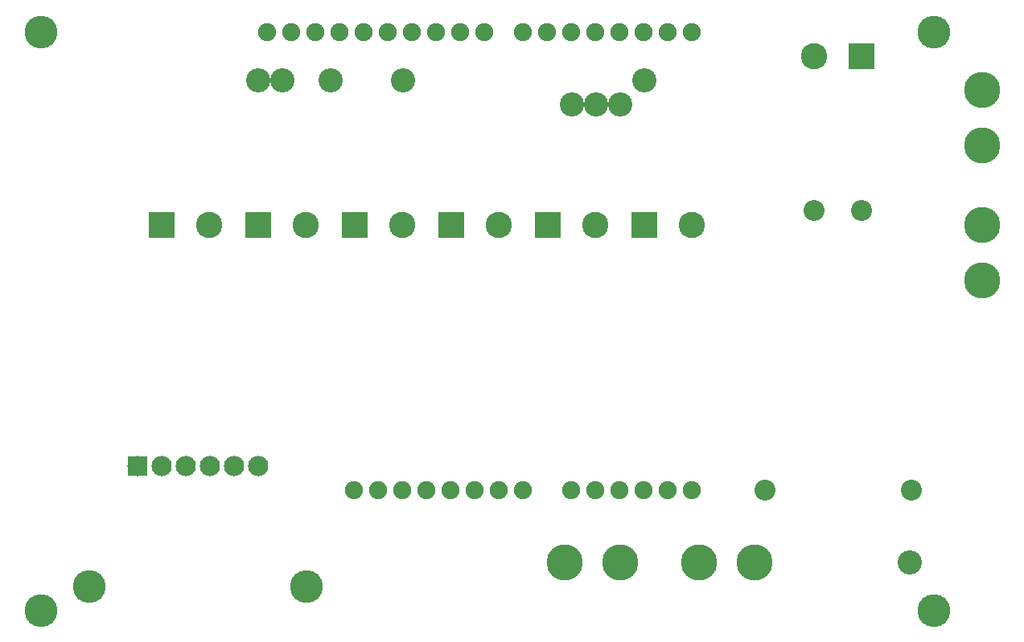
<source format=gts>
G04 MADE WITH FRITZING*
G04 WWW.FRITZING.ORG*
G04 DOUBLE SIDED*
G04 HOLES PLATED*
G04 CONTOUR ON CENTER OF CONTOUR VECTOR*
%ASAXBY*%
%FSLAX23Y23*%
%MOIN*%
%OFA0B0*%
%SFA1.0B1.0*%
%ADD10C,0.150000*%
%ADD11C,0.087000*%
%ADD12C,0.084000*%
%ADD13C,0.075278*%
%ADD14C,0.109055*%
%ADD15C,0.100551*%
%ADD16C,0.135984*%
%ADD17R,0.084000X0.084000*%
%ADD18R,0.109055X0.109055*%
%LNMASK1*%
G90*
G70*
G54D10*
X3064Y312D03*
X2834Y312D03*
X2276Y312D03*
X2506Y312D03*
X3064Y312D03*
X2834Y312D03*
X2276Y312D03*
X2506Y312D03*
X4006Y2270D03*
X4006Y2040D03*
X4006Y1482D03*
X4006Y1712D03*
X4006Y2270D03*
X4006Y2040D03*
X4006Y1482D03*
X4006Y1712D03*
G54D11*
X3311Y1769D03*
X3508Y1769D03*
X3712Y612D03*
X3106Y612D03*
G54D12*
X506Y712D03*
X606Y712D03*
X706Y712D03*
X806Y712D03*
X906Y712D03*
X1006Y712D03*
G54D13*
X2405Y612D03*
X2505Y612D03*
X2605Y612D03*
X2705Y612D03*
X2805Y612D03*
X1945Y2512D03*
X1845Y2512D03*
X1745Y2512D03*
X1645Y2512D03*
X1545Y2512D03*
X1445Y2512D03*
X1345Y2512D03*
X1245Y2512D03*
X1145Y2512D03*
X1045Y2512D03*
X2805Y2512D03*
X2705Y2512D03*
X2605Y2512D03*
X2505Y2512D03*
X2405Y2512D03*
X2305Y2512D03*
X2205Y2512D03*
X2105Y2512D03*
X1505Y612D03*
X1405Y612D03*
X1605Y612D03*
X1705Y612D03*
X1805Y612D03*
X1905Y612D03*
X2005Y612D03*
X2105Y612D03*
X2305Y612D03*
G54D14*
X1806Y1712D03*
X2003Y1712D03*
X1406Y1712D03*
X1603Y1712D03*
X2206Y1712D03*
X2403Y1712D03*
X2606Y1712D03*
X2803Y1712D03*
X1006Y1712D03*
X1203Y1712D03*
X606Y1712D03*
X803Y1712D03*
X3506Y2412D03*
X3309Y2412D03*
G54D15*
X2306Y2212D03*
X1306Y2312D03*
X1106Y2312D03*
X1006Y2312D03*
X2606Y2312D03*
X2506Y2212D03*
X2406Y2212D03*
X1606Y2312D03*
X3706Y312D03*
G54D16*
X306Y212D03*
X1206Y212D03*
X106Y112D03*
X106Y2512D03*
X3806Y112D03*
X3806Y2512D03*
G54D17*
X506Y712D03*
G54D18*
X1806Y1712D03*
X1406Y1712D03*
X2206Y1712D03*
X2606Y1712D03*
X1006Y1712D03*
X606Y1712D03*
X3506Y2412D03*
G04 End of Mask1*
M02*
</source>
